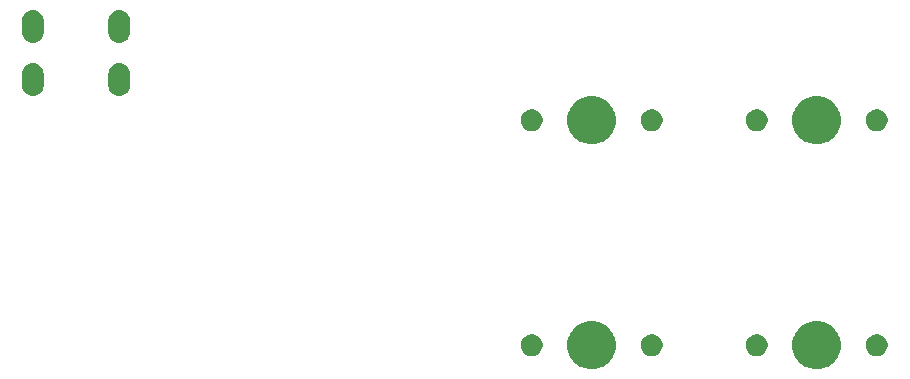
<source format=gts>
G04 #@! TF.GenerationSoftware,KiCad,Pcbnew,(5.1.4)-1*
G04 #@! TF.CreationDate,2021-01-24T19:33:32+11:00*
G04 #@! TF.ProjectId,aio3 PCB guide,61696f33-2050-4434-9220-67756964652e,rev?*
G04 #@! TF.SameCoordinates,Original*
G04 #@! TF.FileFunction,Soldermask,Top*
G04 #@! TF.FilePolarity,Negative*
%FSLAX46Y46*%
G04 Gerber Fmt 4.6, Leading zero omitted, Abs format (unit mm)*
G04 Created by KiCad (PCBNEW (5.1.4)-1) date 2021-01-24 19:33:32*
%MOMM*%
%LPD*%
G04 APERTURE LIST*
%ADD10C,0.100000*%
G04 APERTURE END LIST*
D10*
G36*
X126802724Y-71058684D02*
G01*
X127020724Y-71148983D01*
X127174873Y-71212833D01*
X127509798Y-71436623D01*
X127794627Y-71721452D01*
X128018417Y-72056377D01*
X128050812Y-72134586D01*
X128172566Y-72428526D01*
X128251150Y-72823594D01*
X128251150Y-73226406D01*
X128172566Y-73621474D01*
X128121701Y-73744272D01*
X128018417Y-73993623D01*
X127794627Y-74328548D01*
X127509798Y-74613377D01*
X127174873Y-74837167D01*
X127020724Y-74901017D01*
X126802724Y-74991316D01*
X126407656Y-75069900D01*
X126004844Y-75069900D01*
X125609776Y-74991316D01*
X125391776Y-74901017D01*
X125237627Y-74837167D01*
X124902702Y-74613377D01*
X124617873Y-74328548D01*
X124394083Y-73993623D01*
X124290799Y-73744272D01*
X124239934Y-73621474D01*
X124161350Y-73226406D01*
X124161350Y-72823594D01*
X124239934Y-72428526D01*
X124361688Y-72134586D01*
X124394083Y-72056377D01*
X124617873Y-71721452D01*
X124902702Y-71436623D01*
X125237627Y-71212833D01*
X125391776Y-71148983D01*
X125609776Y-71058684D01*
X126004844Y-70980100D01*
X126407656Y-70980100D01*
X126802724Y-71058684D01*
X126802724Y-71058684D01*
G37*
G36*
X145852724Y-71058684D02*
G01*
X146070724Y-71148983D01*
X146224873Y-71212833D01*
X146559798Y-71436623D01*
X146844627Y-71721452D01*
X147068417Y-72056377D01*
X147100812Y-72134586D01*
X147222566Y-72428526D01*
X147301150Y-72823594D01*
X147301150Y-73226406D01*
X147222566Y-73621474D01*
X147171701Y-73744272D01*
X147068417Y-73993623D01*
X146844627Y-74328548D01*
X146559798Y-74613377D01*
X146224873Y-74837167D01*
X146070724Y-74901017D01*
X145852724Y-74991316D01*
X145457656Y-75069900D01*
X145054844Y-75069900D01*
X144659776Y-74991316D01*
X144441776Y-74901017D01*
X144287627Y-74837167D01*
X143952702Y-74613377D01*
X143667873Y-74328548D01*
X143444083Y-73993623D01*
X143340799Y-73744272D01*
X143289934Y-73621474D01*
X143211350Y-73226406D01*
X143211350Y-72823594D01*
X143289934Y-72428526D01*
X143411688Y-72134586D01*
X143444083Y-72056377D01*
X143667873Y-71721452D01*
X143952702Y-71436623D01*
X144287627Y-71212833D01*
X144441776Y-71148983D01*
X144659776Y-71058684D01*
X145054844Y-70980100D01*
X145457656Y-70980100D01*
X145852724Y-71058684D01*
X145852724Y-71058684D01*
G37*
G36*
X150606354Y-72134585D02*
G01*
X150774876Y-72204389D01*
X150926541Y-72305728D01*
X151055522Y-72434709D01*
X151156861Y-72586374D01*
X151226665Y-72754896D01*
X151262250Y-72933797D01*
X151262250Y-73116203D01*
X151226665Y-73295104D01*
X151156861Y-73463626D01*
X151055522Y-73615291D01*
X150926541Y-73744272D01*
X150774876Y-73845611D01*
X150606354Y-73915415D01*
X150427453Y-73951000D01*
X150245047Y-73951000D01*
X150066146Y-73915415D01*
X149897624Y-73845611D01*
X149745959Y-73744272D01*
X149616978Y-73615291D01*
X149515639Y-73463626D01*
X149445835Y-73295104D01*
X149410250Y-73116203D01*
X149410250Y-72933797D01*
X149445835Y-72754896D01*
X149515639Y-72586374D01*
X149616978Y-72434709D01*
X149745959Y-72305728D01*
X149897624Y-72204389D01*
X150066146Y-72134585D01*
X150245047Y-72099000D01*
X150427453Y-72099000D01*
X150606354Y-72134585D01*
X150606354Y-72134585D01*
G37*
G36*
X140446354Y-72134585D02*
G01*
X140614876Y-72204389D01*
X140766541Y-72305728D01*
X140895522Y-72434709D01*
X140996861Y-72586374D01*
X141066665Y-72754896D01*
X141102250Y-72933797D01*
X141102250Y-73116203D01*
X141066665Y-73295104D01*
X140996861Y-73463626D01*
X140895522Y-73615291D01*
X140766541Y-73744272D01*
X140614876Y-73845611D01*
X140446354Y-73915415D01*
X140267453Y-73951000D01*
X140085047Y-73951000D01*
X139906146Y-73915415D01*
X139737624Y-73845611D01*
X139585959Y-73744272D01*
X139456978Y-73615291D01*
X139355639Y-73463626D01*
X139285835Y-73295104D01*
X139250250Y-73116203D01*
X139250250Y-72933797D01*
X139285835Y-72754896D01*
X139355639Y-72586374D01*
X139456978Y-72434709D01*
X139585959Y-72305728D01*
X139737624Y-72204389D01*
X139906146Y-72134585D01*
X140085047Y-72099000D01*
X140267453Y-72099000D01*
X140446354Y-72134585D01*
X140446354Y-72134585D01*
G37*
G36*
X131556354Y-72134585D02*
G01*
X131724876Y-72204389D01*
X131876541Y-72305728D01*
X132005522Y-72434709D01*
X132106861Y-72586374D01*
X132176665Y-72754896D01*
X132212250Y-72933797D01*
X132212250Y-73116203D01*
X132176665Y-73295104D01*
X132106861Y-73463626D01*
X132005522Y-73615291D01*
X131876541Y-73744272D01*
X131724876Y-73845611D01*
X131556354Y-73915415D01*
X131377453Y-73951000D01*
X131195047Y-73951000D01*
X131016146Y-73915415D01*
X130847624Y-73845611D01*
X130695959Y-73744272D01*
X130566978Y-73615291D01*
X130465639Y-73463626D01*
X130395835Y-73295104D01*
X130360250Y-73116203D01*
X130360250Y-72933797D01*
X130395835Y-72754896D01*
X130465639Y-72586374D01*
X130566978Y-72434709D01*
X130695959Y-72305728D01*
X130847624Y-72204389D01*
X131016146Y-72134585D01*
X131195047Y-72099000D01*
X131377453Y-72099000D01*
X131556354Y-72134585D01*
X131556354Y-72134585D01*
G37*
G36*
X121396354Y-72134585D02*
G01*
X121564876Y-72204389D01*
X121716541Y-72305728D01*
X121845522Y-72434709D01*
X121946861Y-72586374D01*
X122016665Y-72754896D01*
X122052250Y-72933797D01*
X122052250Y-73116203D01*
X122016665Y-73295104D01*
X121946861Y-73463626D01*
X121845522Y-73615291D01*
X121716541Y-73744272D01*
X121564876Y-73845611D01*
X121396354Y-73915415D01*
X121217453Y-73951000D01*
X121035047Y-73951000D01*
X120856146Y-73915415D01*
X120687624Y-73845611D01*
X120535959Y-73744272D01*
X120406978Y-73615291D01*
X120305639Y-73463626D01*
X120235835Y-73295104D01*
X120200250Y-73116203D01*
X120200250Y-72933797D01*
X120235835Y-72754896D01*
X120305639Y-72586374D01*
X120406978Y-72434709D01*
X120535959Y-72305728D01*
X120687624Y-72204389D01*
X120856146Y-72134585D01*
X121035047Y-72099000D01*
X121217453Y-72099000D01*
X121396354Y-72134585D01*
X121396354Y-72134585D01*
G37*
G36*
X145852724Y-52008684D02*
G01*
X146070724Y-52098983D01*
X146224873Y-52162833D01*
X146559798Y-52386623D01*
X146844627Y-52671452D01*
X147068417Y-53006377D01*
X147100812Y-53084586D01*
X147222566Y-53378526D01*
X147301150Y-53773594D01*
X147301150Y-54176406D01*
X147222566Y-54571474D01*
X147171701Y-54694272D01*
X147068417Y-54943623D01*
X146844627Y-55278548D01*
X146559798Y-55563377D01*
X146224873Y-55787167D01*
X146070724Y-55851017D01*
X145852724Y-55941316D01*
X145457656Y-56019900D01*
X145054844Y-56019900D01*
X144659776Y-55941316D01*
X144441776Y-55851017D01*
X144287627Y-55787167D01*
X143952702Y-55563377D01*
X143667873Y-55278548D01*
X143444083Y-54943623D01*
X143340799Y-54694272D01*
X143289934Y-54571474D01*
X143211350Y-54176406D01*
X143211350Y-53773594D01*
X143289934Y-53378526D01*
X143411688Y-53084586D01*
X143444083Y-53006377D01*
X143667873Y-52671452D01*
X143952702Y-52386623D01*
X144287627Y-52162833D01*
X144441776Y-52098983D01*
X144659776Y-52008684D01*
X145054844Y-51930100D01*
X145457656Y-51930100D01*
X145852724Y-52008684D01*
X145852724Y-52008684D01*
G37*
G36*
X126802724Y-52008684D02*
G01*
X127020724Y-52098983D01*
X127174873Y-52162833D01*
X127509798Y-52386623D01*
X127794627Y-52671452D01*
X128018417Y-53006377D01*
X128050812Y-53084586D01*
X128172566Y-53378526D01*
X128251150Y-53773594D01*
X128251150Y-54176406D01*
X128172566Y-54571474D01*
X128121701Y-54694272D01*
X128018417Y-54943623D01*
X127794627Y-55278548D01*
X127509798Y-55563377D01*
X127174873Y-55787167D01*
X127020724Y-55851017D01*
X126802724Y-55941316D01*
X126407656Y-56019900D01*
X126004844Y-56019900D01*
X125609776Y-55941316D01*
X125391776Y-55851017D01*
X125237627Y-55787167D01*
X124902702Y-55563377D01*
X124617873Y-55278548D01*
X124394083Y-54943623D01*
X124290799Y-54694272D01*
X124239934Y-54571474D01*
X124161350Y-54176406D01*
X124161350Y-53773594D01*
X124239934Y-53378526D01*
X124361688Y-53084586D01*
X124394083Y-53006377D01*
X124617873Y-52671452D01*
X124902702Y-52386623D01*
X125237627Y-52162833D01*
X125391776Y-52098983D01*
X125609776Y-52008684D01*
X126004844Y-51930100D01*
X126407656Y-51930100D01*
X126802724Y-52008684D01*
X126802724Y-52008684D01*
G37*
G36*
X131556354Y-53084585D02*
G01*
X131724876Y-53154389D01*
X131876541Y-53255728D01*
X132005522Y-53384709D01*
X132106861Y-53536374D01*
X132176665Y-53704896D01*
X132212250Y-53883797D01*
X132212250Y-54066203D01*
X132176665Y-54245104D01*
X132106861Y-54413626D01*
X132005522Y-54565291D01*
X131876541Y-54694272D01*
X131724876Y-54795611D01*
X131556354Y-54865415D01*
X131377453Y-54901000D01*
X131195047Y-54901000D01*
X131016146Y-54865415D01*
X130847624Y-54795611D01*
X130695959Y-54694272D01*
X130566978Y-54565291D01*
X130465639Y-54413626D01*
X130395835Y-54245104D01*
X130360250Y-54066203D01*
X130360250Y-53883797D01*
X130395835Y-53704896D01*
X130465639Y-53536374D01*
X130566978Y-53384709D01*
X130695959Y-53255728D01*
X130847624Y-53154389D01*
X131016146Y-53084585D01*
X131195047Y-53049000D01*
X131377453Y-53049000D01*
X131556354Y-53084585D01*
X131556354Y-53084585D01*
G37*
G36*
X140446354Y-53084585D02*
G01*
X140614876Y-53154389D01*
X140766541Y-53255728D01*
X140895522Y-53384709D01*
X140996861Y-53536374D01*
X141066665Y-53704896D01*
X141102250Y-53883797D01*
X141102250Y-54066203D01*
X141066665Y-54245104D01*
X140996861Y-54413626D01*
X140895522Y-54565291D01*
X140766541Y-54694272D01*
X140614876Y-54795611D01*
X140446354Y-54865415D01*
X140267453Y-54901000D01*
X140085047Y-54901000D01*
X139906146Y-54865415D01*
X139737624Y-54795611D01*
X139585959Y-54694272D01*
X139456978Y-54565291D01*
X139355639Y-54413626D01*
X139285835Y-54245104D01*
X139250250Y-54066203D01*
X139250250Y-53883797D01*
X139285835Y-53704896D01*
X139355639Y-53536374D01*
X139456978Y-53384709D01*
X139585959Y-53255728D01*
X139737624Y-53154389D01*
X139906146Y-53084585D01*
X140085047Y-53049000D01*
X140267453Y-53049000D01*
X140446354Y-53084585D01*
X140446354Y-53084585D01*
G37*
G36*
X150606354Y-53084585D02*
G01*
X150774876Y-53154389D01*
X150926541Y-53255728D01*
X151055522Y-53384709D01*
X151156861Y-53536374D01*
X151226665Y-53704896D01*
X151262250Y-53883797D01*
X151262250Y-54066203D01*
X151226665Y-54245104D01*
X151156861Y-54413626D01*
X151055522Y-54565291D01*
X150926541Y-54694272D01*
X150774876Y-54795611D01*
X150606354Y-54865415D01*
X150427453Y-54901000D01*
X150245047Y-54901000D01*
X150066146Y-54865415D01*
X149897624Y-54795611D01*
X149745959Y-54694272D01*
X149616978Y-54565291D01*
X149515639Y-54413626D01*
X149445835Y-54245104D01*
X149410250Y-54066203D01*
X149410250Y-53883797D01*
X149445835Y-53704896D01*
X149515639Y-53536374D01*
X149616978Y-53384709D01*
X149745959Y-53255728D01*
X149897624Y-53154389D01*
X150066146Y-53084585D01*
X150245047Y-53049000D01*
X150427453Y-53049000D01*
X150606354Y-53084585D01*
X150606354Y-53084585D01*
G37*
G36*
X121396354Y-53084585D02*
G01*
X121564876Y-53154389D01*
X121716541Y-53255728D01*
X121845522Y-53384709D01*
X121946861Y-53536374D01*
X122016665Y-53704896D01*
X122052250Y-53883797D01*
X122052250Y-54066203D01*
X122016665Y-54245104D01*
X121946861Y-54413626D01*
X121845522Y-54565291D01*
X121716541Y-54694272D01*
X121564876Y-54795611D01*
X121396354Y-54865415D01*
X121217453Y-54901000D01*
X121035047Y-54901000D01*
X120856146Y-54865415D01*
X120687624Y-54795611D01*
X120535959Y-54694272D01*
X120406978Y-54565291D01*
X120305639Y-54413626D01*
X120235835Y-54245104D01*
X120200250Y-54066203D01*
X120200250Y-53883797D01*
X120235835Y-53704896D01*
X120305639Y-53536374D01*
X120406978Y-53384709D01*
X120535959Y-53255728D01*
X120687624Y-53154389D01*
X120856146Y-53084585D01*
X121035047Y-53049000D01*
X121217453Y-53049000D01*
X121396354Y-53084585D01*
X121396354Y-53084585D01*
G37*
G36*
X79076627Y-49149537D02*
G01*
X79246466Y-49201057D01*
X79402991Y-49284722D01*
X79438729Y-49314052D01*
X79540186Y-49397314D01*
X79623448Y-49498771D01*
X79652778Y-49534509D01*
X79736443Y-49691034D01*
X79787963Y-49860873D01*
X79801000Y-49993242D01*
X79801000Y-51081758D01*
X79787963Y-51214127D01*
X79736443Y-51383966D01*
X79652778Y-51540491D01*
X79623448Y-51576229D01*
X79540186Y-51677686D01*
X79402989Y-51790279D01*
X79246467Y-51873942D01*
X79246465Y-51873943D01*
X79076626Y-51925463D01*
X78900000Y-51942859D01*
X78723373Y-51925463D01*
X78553534Y-51873943D01*
X78397009Y-51790278D01*
X78361271Y-51760948D01*
X78259814Y-51677686D01*
X78147221Y-51540489D01*
X78063558Y-51383967D01*
X78063557Y-51383965D01*
X78012037Y-51214126D01*
X77999000Y-51081757D01*
X77999001Y-49993242D01*
X78012038Y-49860873D01*
X78063558Y-49691034D01*
X78147223Y-49534509D01*
X78176553Y-49498771D01*
X78259815Y-49397314D01*
X78361272Y-49314052D01*
X78397010Y-49284722D01*
X78553535Y-49201057D01*
X78723374Y-49149537D01*
X78900000Y-49132141D01*
X79076627Y-49149537D01*
X79076627Y-49149537D01*
G37*
G36*
X86376627Y-49149537D02*
G01*
X86546466Y-49201057D01*
X86702991Y-49284722D01*
X86738729Y-49314052D01*
X86840186Y-49397314D01*
X86923448Y-49498771D01*
X86952778Y-49534509D01*
X87036443Y-49691034D01*
X87087963Y-49860873D01*
X87101000Y-49993242D01*
X87101000Y-51081758D01*
X87087963Y-51214127D01*
X87036443Y-51383966D01*
X86952778Y-51540491D01*
X86923448Y-51576229D01*
X86840186Y-51677686D01*
X86702989Y-51790279D01*
X86546467Y-51873942D01*
X86546465Y-51873943D01*
X86376626Y-51925463D01*
X86200000Y-51942859D01*
X86023373Y-51925463D01*
X85853534Y-51873943D01*
X85697009Y-51790278D01*
X85661271Y-51760948D01*
X85559814Y-51677686D01*
X85447221Y-51540489D01*
X85363558Y-51383967D01*
X85363557Y-51383965D01*
X85312037Y-51214126D01*
X85299000Y-51081757D01*
X85299001Y-49993242D01*
X85312038Y-49860873D01*
X85363558Y-49691034D01*
X85447223Y-49534509D01*
X85476553Y-49498771D01*
X85559815Y-49397314D01*
X85661272Y-49314052D01*
X85697010Y-49284722D01*
X85853535Y-49201057D01*
X86023374Y-49149537D01*
X86200000Y-49132141D01*
X86376627Y-49149537D01*
X86376627Y-49149537D01*
G37*
G36*
X79076627Y-44649537D02*
G01*
X79246466Y-44701057D01*
X79402991Y-44784722D01*
X79438729Y-44814052D01*
X79540186Y-44897314D01*
X79623448Y-44998771D01*
X79652778Y-45034509D01*
X79736443Y-45191034D01*
X79787963Y-45360873D01*
X79801000Y-45493242D01*
X79801000Y-46581758D01*
X79787963Y-46714127D01*
X79736443Y-46883966D01*
X79652778Y-47040491D01*
X79623448Y-47076229D01*
X79540186Y-47177686D01*
X79402989Y-47290279D01*
X79246467Y-47373942D01*
X79246465Y-47373943D01*
X79076626Y-47425463D01*
X78900000Y-47442859D01*
X78723373Y-47425463D01*
X78553534Y-47373943D01*
X78397009Y-47290278D01*
X78361271Y-47260948D01*
X78259814Y-47177686D01*
X78147221Y-47040489D01*
X78063558Y-46883967D01*
X78063557Y-46883965D01*
X78012037Y-46714126D01*
X77999000Y-46581757D01*
X77999001Y-45493242D01*
X78012038Y-45360873D01*
X78063558Y-45191034D01*
X78147223Y-45034509D01*
X78176553Y-44998771D01*
X78259815Y-44897314D01*
X78361272Y-44814052D01*
X78397010Y-44784722D01*
X78553535Y-44701057D01*
X78723374Y-44649537D01*
X78900000Y-44632141D01*
X79076627Y-44649537D01*
X79076627Y-44649537D01*
G37*
G36*
X86376627Y-44649537D02*
G01*
X86546466Y-44701057D01*
X86702991Y-44784722D01*
X86738729Y-44814052D01*
X86840186Y-44897314D01*
X86923448Y-44998771D01*
X86952778Y-45034509D01*
X87036443Y-45191034D01*
X87087963Y-45360873D01*
X87101000Y-45493242D01*
X87101000Y-46581758D01*
X87087963Y-46714127D01*
X87036443Y-46883966D01*
X86952778Y-47040491D01*
X86923448Y-47076229D01*
X86840186Y-47177686D01*
X86702989Y-47290279D01*
X86546467Y-47373942D01*
X86546465Y-47373943D01*
X86376626Y-47425463D01*
X86200000Y-47442859D01*
X86023373Y-47425463D01*
X85853534Y-47373943D01*
X85697009Y-47290278D01*
X85661271Y-47260948D01*
X85559814Y-47177686D01*
X85447221Y-47040489D01*
X85363558Y-46883967D01*
X85363557Y-46883965D01*
X85312037Y-46714126D01*
X85299000Y-46581757D01*
X85299001Y-45493242D01*
X85312038Y-45360873D01*
X85363558Y-45191034D01*
X85447223Y-45034509D01*
X85476553Y-44998771D01*
X85559815Y-44897314D01*
X85661272Y-44814052D01*
X85697010Y-44784722D01*
X85853535Y-44701057D01*
X86023374Y-44649537D01*
X86200000Y-44632141D01*
X86376627Y-44649537D01*
X86376627Y-44649537D01*
G37*
M02*

</source>
